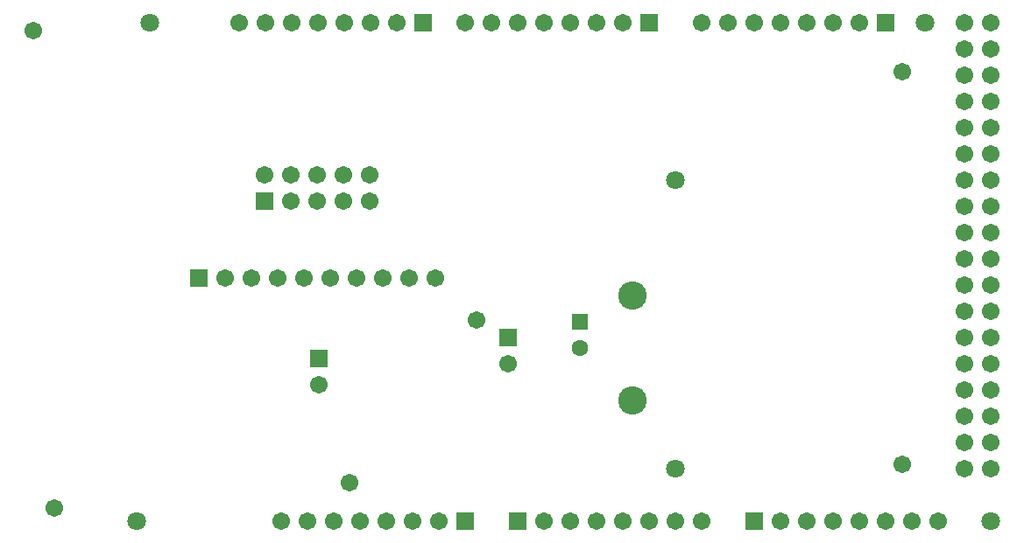
<source format=gbs>
G04*
G04 #@! TF.GenerationSoftware,Altium Limited,Altium Designer,20.0.14 (345)*
G04*
G04 Layer_Color=6502151*
%FSLAX43Y43*%
%MOMM*%
G71*
G01*
G75*
%ADD35C,1.703*%
%ADD36C,1.603*%
%ADD37R,1.603X1.603*%
%ADD38C,2.753*%
%ADD39R,1.703X1.703*%
%ADD40R,1.703X1.703*%
%ADD41C,1.803*%
D35*
X46890Y22004D02*
D03*
X34576Y6200D02*
D03*
X49890Y17738D02*
D03*
X31600Y15744D02*
D03*
X25110Y26000D02*
D03*
X22570D02*
D03*
X27650D02*
D03*
X37810D02*
D03*
X35270D02*
D03*
X32730D02*
D03*
X30190D02*
D03*
X40350D02*
D03*
X42890D02*
D03*
X6000Y3810D02*
D03*
X4000Y50000D02*
D03*
X88000Y8000D02*
D03*
Y46000D02*
D03*
X28900Y33460D02*
D03*
X26360Y36000D02*
D03*
X28900D02*
D03*
X36520Y33460D02*
D03*
X31440D02*
D03*
X33980D02*
D03*
X31440Y36000D02*
D03*
X36520D02*
D03*
X33980D02*
D03*
X40640Y2540D02*
D03*
X43180D02*
D03*
X27940D02*
D03*
X30480D02*
D03*
X33020D02*
D03*
X35560D02*
D03*
X38100D02*
D03*
X96520Y50800D02*
D03*
X93980D02*
D03*
X96520Y48260D02*
D03*
X93980D02*
D03*
X96520Y45720D02*
D03*
X93980D02*
D03*
X96520Y43180D02*
D03*
X93980D02*
D03*
X96520Y40640D02*
D03*
X93980D02*
D03*
X96520Y38100D02*
D03*
X93980D02*
D03*
X96520Y35560D02*
D03*
X93980D02*
D03*
X96520Y33020D02*
D03*
X93980D02*
D03*
X96520Y30480D02*
D03*
X93980D02*
D03*
Y27940D02*
D03*
X96520D02*
D03*
Y25400D02*
D03*
X93980D02*
D03*
X96520Y22860D02*
D03*
X93980D02*
D03*
X96520Y20320D02*
D03*
X93980D02*
D03*
X96520Y17780D02*
D03*
X93980D02*
D03*
X96520Y15240D02*
D03*
X93980D02*
D03*
X96520Y12700D02*
D03*
X93980D02*
D03*
X96520Y10160D02*
D03*
X93980D02*
D03*
X96520Y7620D02*
D03*
X93980D02*
D03*
X36576Y50800D02*
D03*
X39116D02*
D03*
X23876D02*
D03*
X26416D02*
D03*
X28956D02*
D03*
X31496D02*
D03*
X34036D02*
D03*
X55880Y2540D02*
D03*
X53340D02*
D03*
X68580D02*
D03*
X66040D02*
D03*
X63500D02*
D03*
X60960D02*
D03*
X58420D02*
D03*
X78740D02*
D03*
X76200D02*
D03*
X91440D02*
D03*
X88900D02*
D03*
X86360D02*
D03*
X83820D02*
D03*
X81280D02*
D03*
Y50800D02*
D03*
X83820D02*
D03*
X68580D02*
D03*
X71120D02*
D03*
X73660D02*
D03*
X76200D02*
D03*
X78740D02*
D03*
X58420D02*
D03*
X60960D02*
D03*
X45720D02*
D03*
X48260D02*
D03*
X50800D02*
D03*
X53340D02*
D03*
X55880D02*
D03*
D36*
X56810Y19230D02*
D03*
D37*
Y21770D02*
D03*
D38*
X61890Y14150D02*
D03*
Y24310D02*
D03*
D39*
X49890Y20278D02*
D03*
X31600Y18284D02*
D03*
D40*
X20030Y26000D02*
D03*
X26360Y33460D02*
D03*
X45720Y2540D02*
D03*
X41656Y50800D02*
D03*
X50800Y2540D02*
D03*
X73660D02*
D03*
X86360Y50800D02*
D03*
X63500D02*
D03*
D41*
X90170D02*
D03*
X96520Y2540D02*
D03*
X66040Y7620D02*
D03*
Y35560D02*
D03*
X13970Y2540D02*
D03*
X15240Y50800D02*
D03*
M02*

</source>
